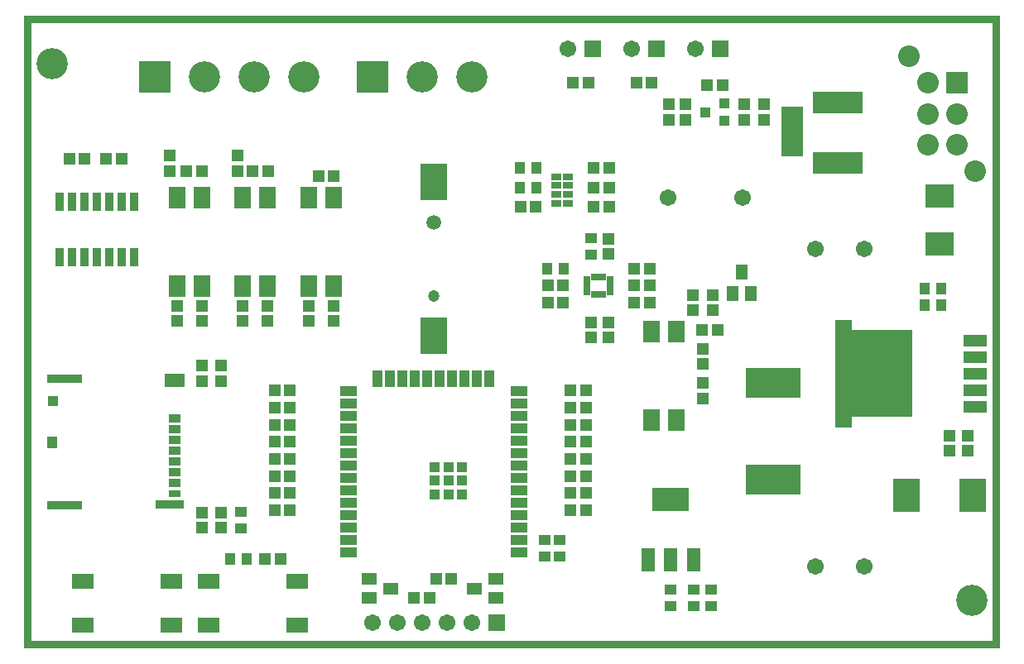
<source format=gts>
G04*
G04 #@! TF.GenerationSoftware,Altium Limited,Altium Designer,24.5.2 (23)*
G04*
G04 Layer_Color=8388736*
%FSLAX25Y25*%
%MOIN*%
G70*
G04*
G04 #@! TF.SameCoordinates,878A51A9-24BE-43F0-8DEF-E1219167CBE3*
G04*
G04*
G04 #@! TF.FilePolarity,Negative*
G04*
G01*
G75*
%ADD46R,0.03871X0.04934*%
%ADD47R,0.04461X0.04343*%
%ADD48R,0.13910X0.03556*%
%ADD49R,0.11417X0.03780*%
%ADD50R,0.08005X0.05288*%
%ADD51R,0.04724X0.03150*%
%ADD52R,0.05131X0.03556*%
%ADD53R,0.04816X0.04501*%
%ADD54R,0.04501X0.04816*%
%ADD55R,0.04737X0.04343*%
%ADD56R,0.06312X0.04737*%
%ADD57R,0.09068X0.06312*%
%ADD58R,0.04343X0.04737*%
%ADD59R,0.04343X0.04343*%
%ADD60R,0.06706X0.04343*%
%ADD61R,0.04343X0.06706*%
%ADD62R,0.05524X0.09461*%
%ADD63R,0.14580X0.09461*%
%ADD64R,0.03162X0.01981*%
%ADD65R,0.01981X0.03162*%
%ADD66R,0.09304X0.05013*%
%ADD67R,0.03950X0.02769*%
%ADD68R,0.06706X0.09068*%
%ADD69R,0.04737X0.06312*%
%ADD70R,0.03359X0.07296*%
%ADD71R,0.04343X0.03950*%
%ADD72R,0.10642X0.13792*%
%ADD73R,0.22060X0.12217*%
%ADD74R,0.11824X0.09265*%
%ADD75R,0.11036X0.14973*%
%ADD76C,0.12611*%
%ADD77R,0.12611X0.12611*%
%ADD78C,0.06706*%
%ADD79C,0.06737*%
%ADD80R,0.06737X0.06737*%
%ADD81R,0.06706X0.06706*%
%ADD82R,0.08674X0.08674*%
%ADD83C,0.08674*%
%ADD84R,0.08674X0.20485*%
%ADD85R,0.20485X0.08674*%
%ADD86C,0.05918*%
%ADD87C,0.04737*%
G36*
X393209Y252461D02*
Y1969D01*
Y492D01*
X492D01*
Y1969D01*
Y252461D01*
Y255413D01*
X393209D01*
Y252461D01*
D02*
G37*
%LPC*%
G36*
X390256D02*
X3445D01*
Y3445D01*
X390256D01*
Y252461D01*
D02*
G37*
%LPD*%
G36*
X333261Y132878D02*
X333280Y132874D01*
X333602D01*
Y132551D01*
X333606Y132533D01*
X333610Y132480D01*
Y128747D01*
X357618D01*
X357670Y128744D01*
X357689Y128740D01*
X358012D01*
Y128418D01*
X358015Y128399D01*
X358019Y128347D01*
Y94095D01*
X358015Y94042D01*
X358012Y94023D01*
Y93701D01*
X357689D01*
X357670Y93697D01*
X357618Y93694D01*
X333610D01*
Y89961D01*
X333606Y89908D01*
X333602Y89890D01*
Y89567D01*
X333280D01*
X333261Y89563D01*
X333209Y89560D01*
X327421D01*
X327369Y89563D01*
X327350Y89567D01*
X327028D01*
Y89890D01*
X327024Y89908D01*
X327020Y89961D01*
Y132480D01*
X327024Y132533D01*
X327028Y132551D01*
Y132874D01*
X327350D01*
X327369Y132878D01*
X327421Y132881D01*
X333209D01*
X333261Y132878D01*
D02*
G37*
D46*
X11732Y83287D02*
D03*
D47*
X12028Y100079D02*
D03*
D48*
X16752Y58150D02*
D03*
Y109173D02*
D03*
D49*
X59134Y58465D02*
D03*
D50*
X61043Y108307D02*
D03*
D51*
X61102Y62717D02*
D03*
D52*
Y67047D02*
D03*
Y71378D02*
D03*
Y75709D02*
D03*
Y80039D02*
D03*
Y84370D02*
D03*
Y88701D02*
D03*
Y93032D02*
D03*
D53*
X79724Y55276D02*
D03*
Y49055D02*
D03*
X71850Y108110D02*
D03*
Y114331D02*
D03*
X79724Y108110D02*
D03*
Y114331D02*
D03*
X71850Y55276D02*
D03*
Y49055D02*
D03*
X235630Y159291D02*
D03*
Y165512D02*
D03*
X228740Y125669D02*
D03*
X228740Y131890D02*
D03*
X235630Y125669D02*
D03*
Y131890D02*
D03*
X273622Y121221D02*
D03*
Y115000D02*
D03*
Y107441D02*
D03*
Y101221D02*
D03*
X269685Y142874D02*
D03*
Y136653D02*
D03*
X277559Y136653D02*
D03*
Y142874D02*
D03*
X259842Y219646D02*
D03*
Y213425D02*
D03*
X115079Y132346D02*
D03*
Y138567D02*
D03*
X125079Y132346D02*
D03*
Y138567D02*
D03*
X266732Y219646D02*
D03*
Y213425D02*
D03*
X380437Y80008D02*
D03*
Y86228D02*
D03*
X372998Y86228D02*
D03*
Y80008D02*
D03*
X298228Y219646D02*
D03*
Y213425D02*
D03*
X290354Y219646D02*
D03*
Y213425D02*
D03*
X88504Y138567D02*
D03*
Y132346D02*
D03*
X98504Y132346D02*
D03*
Y138567D02*
D03*
X61929Y138567D02*
D03*
Y132346D02*
D03*
X71929D02*
D03*
Y138567D02*
D03*
X59055Y198976D02*
D03*
Y192756D02*
D03*
X86483Y198976D02*
D03*
Y192756D02*
D03*
D54*
X101221Y56102D02*
D03*
X107441D02*
D03*
X103661Y36417D02*
D03*
X97441D02*
D03*
X166181Y28543D02*
D03*
X172402D02*
D03*
X157323Y20669D02*
D03*
X163543D02*
D03*
X217441Y146653D02*
D03*
X211221D02*
D03*
X252311D02*
D03*
X246091D02*
D03*
X252311Y153543D02*
D03*
X246091D02*
D03*
X252311Y139764D02*
D03*
X246091D02*
D03*
X211221D02*
D03*
X217441D02*
D03*
X206457Y178347D02*
D03*
X200236D02*
D03*
X229764D02*
D03*
X235984D02*
D03*
Y186221D02*
D03*
X229764D02*
D03*
X235984Y194095D02*
D03*
X229764D02*
D03*
X273465Y128937D02*
D03*
X279685D02*
D03*
X39528Y197835D02*
D03*
X33307D02*
D03*
X24764D02*
D03*
X18543D02*
D03*
X125157Y190945D02*
D03*
X118937D02*
D03*
X101221Y104331D02*
D03*
X107441D02*
D03*
X226535Y83661D02*
D03*
X220315D02*
D03*
X226535Y97441D02*
D03*
X220315D02*
D03*
X101221Y76772D02*
D03*
X107441D02*
D03*
X101221Y90551D02*
D03*
X107441D02*
D03*
X226535Y104331D02*
D03*
X220315D02*
D03*
X220315Y56102D02*
D03*
X226535D02*
D03*
X101221Y97441D02*
D03*
X107441D02*
D03*
X101221Y83661D02*
D03*
X107441D02*
D03*
X101221Y69882D02*
D03*
X107441D02*
D03*
X253110Y228346D02*
D03*
X246890D02*
D03*
X227598D02*
D03*
X221378D02*
D03*
X226535Y69882D02*
D03*
X220315D02*
D03*
X226535Y62992D02*
D03*
X220315D02*
D03*
X220315Y90551D02*
D03*
X226535D02*
D03*
X226535Y76772D02*
D03*
X220315D02*
D03*
X101221Y62992D02*
D03*
X107441D02*
D03*
X281653Y227362D02*
D03*
X275433D02*
D03*
X65787Y192913D02*
D03*
X72008D02*
D03*
X92441Y192913D02*
D03*
X98661D02*
D03*
D55*
X87598Y55512D02*
D03*
Y48819D02*
D03*
X215955Y44161D02*
D03*
Y37469D02*
D03*
X260827Y17438D02*
D03*
Y24131D02*
D03*
X228740Y165748D02*
D03*
Y159055D02*
D03*
X269882Y24131D02*
D03*
Y17438D02*
D03*
X210076Y37469D02*
D03*
Y44161D02*
D03*
X277009Y24131D02*
D03*
Y17438D02*
D03*
D56*
X139370Y28346D02*
D03*
Y20866D02*
D03*
X148031Y24606D02*
D03*
X181693D02*
D03*
X190354Y28346D02*
D03*
Y20866D02*
D03*
D57*
X74606Y27559D02*
D03*
Y9843D02*
D03*
X110433D02*
D03*
Y27559D02*
D03*
X59808Y27559D02*
D03*
Y9843D02*
D03*
X23981D02*
D03*
Y27559D02*
D03*
D58*
X83268Y36417D02*
D03*
X89961D02*
D03*
X210984Y153543D02*
D03*
X217677D02*
D03*
X206693Y194095D02*
D03*
X200000D02*
D03*
X206693Y186221D02*
D03*
X200000D02*
D03*
X369691Y138786D02*
D03*
X362999D02*
D03*
Y145311D02*
D03*
X369691D02*
D03*
D59*
X165748Y73504D02*
D03*
X171260D02*
D03*
X176772D02*
D03*
X165748Y67992D02*
D03*
X171260D02*
D03*
X176772D02*
D03*
X165748Y62480D02*
D03*
X171260D02*
D03*
X176772D02*
D03*
D60*
X130905Y39094D02*
D03*
Y44094D02*
D03*
Y49095D02*
D03*
Y54094D02*
D03*
Y59095D02*
D03*
Y64095D02*
D03*
Y69095D02*
D03*
Y74094D02*
D03*
Y79094D02*
D03*
Y84095D02*
D03*
Y89095D02*
D03*
Y94095D02*
D03*
Y99094D02*
D03*
Y104095D02*
D03*
X199803D02*
D03*
Y99094D02*
D03*
Y94095D02*
D03*
Y89095D02*
D03*
Y84095D02*
D03*
Y79094D02*
D03*
Y74094D02*
D03*
Y69095D02*
D03*
Y64095D02*
D03*
Y59095D02*
D03*
Y54094D02*
D03*
Y49095D02*
D03*
Y44094D02*
D03*
Y39094D02*
D03*
D61*
X142835Y109016D02*
D03*
X147835D02*
D03*
X152835D02*
D03*
X157835D02*
D03*
X162835D02*
D03*
X167835D02*
D03*
X172835D02*
D03*
X177835D02*
D03*
X182835D02*
D03*
X187835D02*
D03*
D62*
X251772Y36024D02*
D03*
X260827D02*
D03*
X269882D02*
D03*
D63*
X260827Y60433D02*
D03*
D64*
X236221Y143701D02*
D03*
Y145669D02*
D03*
Y147638D02*
D03*
Y149606D02*
D03*
X227165D02*
D03*
Y147638D02*
D03*
Y145669D02*
D03*
Y143701D02*
D03*
D65*
X233661Y150197D02*
D03*
X231693D02*
D03*
X229724D02*
D03*
Y143110D02*
D03*
X231693D02*
D03*
X233661D02*
D03*
D66*
X383209Y124606D02*
D03*
Y117913D02*
D03*
Y111221D02*
D03*
Y104528D02*
D03*
Y97835D02*
D03*
D67*
X219488Y179921D02*
D03*
Y183465D02*
D03*
Y187008D02*
D03*
Y190551D02*
D03*
X214764D02*
D03*
Y187008D02*
D03*
Y183465D02*
D03*
Y179921D02*
D03*
D68*
X252874Y92323D02*
D03*
X262874Y92323D02*
D03*
Y128150D02*
D03*
X252874D02*
D03*
X125079Y182283D02*
D03*
X115079D02*
D03*
Y146457D02*
D03*
X125079D02*
D03*
X98504Y182283D02*
D03*
X88504D02*
D03*
Y146457D02*
D03*
X98504D02*
D03*
X71929D02*
D03*
X61929D02*
D03*
Y182283D02*
D03*
X71929D02*
D03*
D69*
X289370Y151969D02*
D03*
X293110Y143307D02*
D03*
X285630D02*
D03*
D70*
X14528Y158169D02*
D03*
X19528D02*
D03*
X24528D02*
D03*
X29528D02*
D03*
X34528D02*
D03*
X39528D02*
D03*
X44528D02*
D03*
X14528Y180413D02*
D03*
X19528D02*
D03*
X24528D02*
D03*
X29528D02*
D03*
X34528D02*
D03*
X39528D02*
D03*
X44528D02*
D03*
D71*
X274606Y216535D02*
D03*
X282480Y220079D02*
D03*
Y212992D02*
D03*
D72*
X355709Y62008D02*
D03*
X382480D02*
D03*
D73*
X301964Y107519D02*
D03*
Y68543D02*
D03*
D74*
X369094Y182894D02*
D03*
Y163563D02*
D03*
D75*
X165354Y188563D02*
D03*
Y126398D02*
D03*
D76*
X112947Y230939D02*
D03*
X92947D02*
D03*
X72947D02*
D03*
X160734D02*
D03*
X180734D02*
D03*
X381890Y19685D02*
D03*
X11811Y236221D02*
D03*
D77*
X52947Y230939D02*
D03*
X140734D02*
D03*
D78*
X259606Y182087D02*
D03*
X289606D02*
D03*
X180591Y10827D02*
D03*
X170591D02*
D03*
X160591D02*
D03*
X150591D02*
D03*
X140591D02*
D03*
X338583Y161417D02*
D03*
X318898D02*
D03*
X338583Y33465D02*
D03*
X318898D02*
D03*
D79*
X270590Y242126D02*
D03*
X219488D02*
D03*
X245000D02*
D03*
D80*
X280591D02*
D03*
X229488D02*
D03*
X255000D02*
D03*
D81*
X190591Y10827D02*
D03*
D82*
X375984Y228543D02*
D03*
D83*
Y215945D02*
D03*
Y203346D02*
D03*
X364173Y228543D02*
D03*
Y215945D02*
D03*
Y203346D02*
D03*
X383465Y192717D02*
D03*
X356693Y239173D02*
D03*
D84*
X309646Y208661D02*
D03*
D85*
X328150Y220472D02*
D03*
Y196063D02*
D03*
D86*
X165354Y172028D02*
D03*
D87*
Y142539D02*
D03*
M02*

</source>
